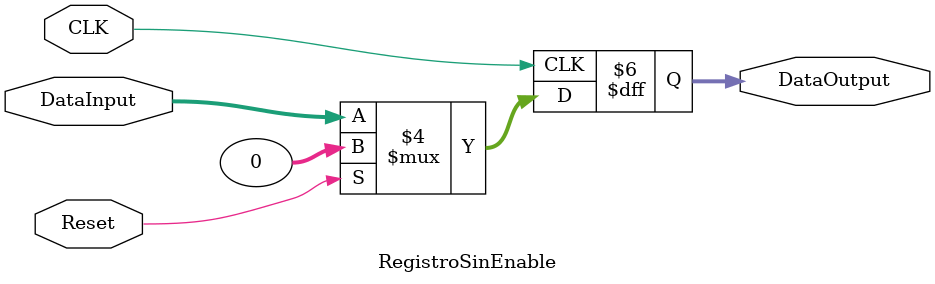
<source format=v>
`timescale 1ns / 1ps
module RegistroSinEnable #(parameter Widht = 32)
      (CLK,Reset,DataInput,DataOutput);

	 input CLK, Reset;
	 input [Widht-1:0] DataInput;
	 output reg [Widht-1:0] DataOutput = 0;
	 
	 always @(posedge CLK) begin
		if (Reset) DataOutput <= 0;
		else DataOutput  <= DataInput;
	end
			
endmodule 
</source>
